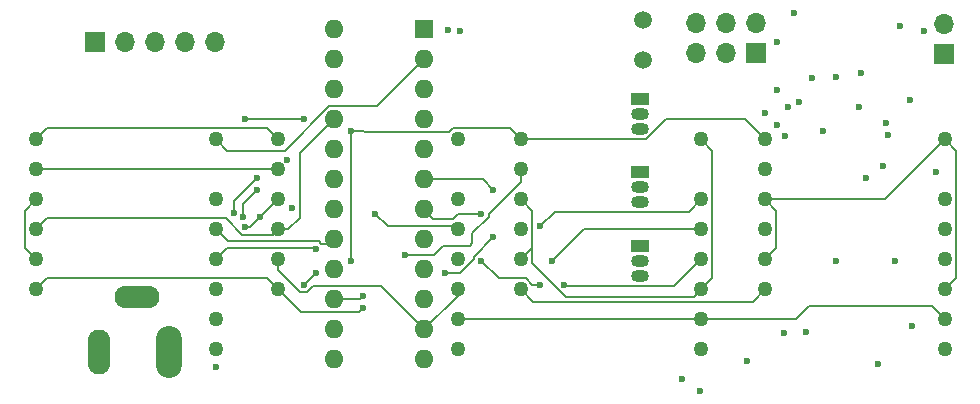
<source format=gbr>
%TF.GenerationSoftware,KiCad,Pcbnew,8.0.6*%
%TF.CreationDate,2025-03-23T20:06:33-04:00*%
%TF.ProjectId,co2_7seg,636f325f-3773-4656-972e-6b696361645f,rev?*%
%TF.SameCoordinates,Original*%
%TF.FileFunction,Copper,L2,Inr*%
%TF.FilePolarity,Positive*%
%FSLAX46Y46*%
G04 Gerber Fmt 4.6, Leading zero omitted, Abs format (unit mm)*
G04 Created by KiCad (PCBNEW 8.0.6) date 2025-03-23 20:06:33*
%MOMM*%
%LPD*%
G01*
G04 APERTURE LIST*
%TA.AperFunction,ComponentPad*%
%ADD10C,1.500000*%
%TD*%
%TA.AperFunction,ComponentPad*%
%ADD11C,1.270000*%
%TD*%
%TA.AperFunction,ComponentPad*%
%ADD12O,1.700000X1.700000*%
%TD*%
%TA.AperFunction,ComponentPad*%
%ADD13R,1.700000X1.700000*%
%TD*%
%TA.AperFunction,ComponentPad*%
%ADD14O,1.600000X1.600000*%
%TD*%
%TA.AperFunction,ComponentPad*%
%ADD15R,1.600000X1.600000*%
%TD*%
%TA.AperFunction,ComponentPad*%
%ADD16O,1.500000X1.050000*%
%TD*%
%TA.AperFunction,ComponentPad*%
%ADD17R,1.500000X1.050000*%
%TD*%
%TA.AperFunction,ComponentPad*%
%ADD18O,3.800000X1.900000*%
%TD*%
%TA.AperFunction,ComponentPad*%
%ADD19O,1.900000X3.800000*%
%TD*%
%TA.AperFunction,ComponentPad*%
%ADD20O,2.200000X4.400000*%
%TD*%
%TA.AperFunction,ViaPad*%
%ADD21C,0.600000*%
%TD*%
%TA.AperFunction,Conductor*%
%ADD22C,0.200000*%
%TD*%
G04 APERTURE END LIST*
D10*
%TO.N,Net-(R11-Pad1)*%
%TO.C,R7*%
X102700000Y-31000000D03*
%TO.N,+3V3*%
X102700000Y-27600000D03*
%TD*%
D11*
%TO.N,/SEG_A*%
%TO.C,LED4*%
X113010000Y-37720000D03*
%TO.N,/SEG_F*%
X113010000Y-40260000D03*
%TO.N,/DIG_3*%
X113010000Y-42800000D03*
%TO.N,/SEG_E*%
X113010000Y-45340000D03*
%TO.N,/DIG_3*%
X113010000Y-47880000D03*
%TO.N,/SEG_LDP*%
X113010000Y-50420000D03*
%TO.N,GND*%
X128250000Y-55500000D03*
%TO.N,/SEG_D*%
X128250000Y-52960000D03*
%TO.N,/DIG_3*%
X128250000Y-50420000D03*
%TO.N,/SEG_C*%
X128250000Y-47880000D03*
%TO.N,/SEG_G*%
X128250000Y-45340000D03*
%TO.N,/SEG_B*%
X128250000Y-42800000D03*
%TO.N,/DIG_3*%
X128250000Y-37720000D03*
%TD*%
%TO.N,/SEG_A*%
%TO.C,LED3*%
X92360400Y-37720000D03*
%TO.N,/SEG_F*%
X92360400Y-40260000D03*
%TO.N,/DIG_2*%
X92360400Y-42800000D03*
%TO.N,/SEG_E*%
X92360400Y-45340000D03*
%TO.N,/DIG_2*%
X92360400Y-47880000D03*
%TO.N,/SEG_LDP*%
X92360400Y-50420000D03*
%TO.N,GND*%
X107600400Y-55500000D03*
%TO.N,/SEG_D*%
X107600400Y-52960000D03*
%TO.N,/DIG_2*%
X107600400Y-50420000D03*
%TO.N,/SEG_C*%
X107600400Y-47880000D03*
%TO.N,/SEG_G*%
X107600400Y-45340000D03*
%TO.N,/SEG_B*%
X107600400Y-42800000D03*
%TO.N,/DIG_2*%
X107600400Y-37720000D03*
%TD*%
%TO.N,/SEG_A*%
%TO.C,LED2*%
X71770000Y-37720000D03*
%TO.N,/SEG_F*%
X71770000Y-40260000D03*
%TO.N,/DIG_1*%
X71770000Y-42800000D03*
%TO.N,/SEG_E*%
X71770000Y-45340000D03*
%TO.N,/DIG_1*%
X71770000Y-47880000D03*
%TO.N,/SEG_LDP*%
X71770000Y-50420000D03*
%TO.N,GND*%
X87010000Y-55500000D03*
%TO.N,/SEG_D*%
X87010000Y-52960000D03*
%TO.N,/DIG_1*%
X87010000Y-50420000D03*
%TO.N,/SEG_C*%
X87010000Y-47880000D03*
%TO.N,/SEG_G*%
X87010000Y-45340000D03*
%TO.N,/SEG_B*%
X87010000Y-42800000D03*
%TO.N,/DIG_1*%
X87010000Y-37720000D03*
%TD*%
%TO.N,/SEG_A*%
%TO.C,LED1*%
X51260000Y-37720000D03*
%TO.N,/SEG_F*%
X51260000Y-40260000D03*
%TO.N,/DIG_0*%
X51260000Y-42800000D03*
%TO.N,/SEG_E*%
X51260000Y-45340000D03*
%TO.N,/DIG_0*%
X51260000Y-47880000D03*
%TO.N,/SEG_LDP*%
X51260000Y-50420000D03*
%TO.N,GND*%
X66500000Y-55500000D03*
%TO.N,/SEG_D*%
X66500000Y-52960000D03*
%TO.N,/DIG_0*%
X66500000Y-50420000D03*
%TO.N,/SEG_C*%
X66500000Y-47880000D03*
%TO.N,/SEG_G*%
X66500000Y-45340000D03*
%TO.N,/SEG_B*%
X66500000Y-42800000D03*
%TO.N,/DIG_0*%
X66500000Y-37720000D03*
%TD*%
D12*
%TO.N,/i2c_sda*%
%TO.C,U2*%
X66480000Y-29480000D03*
%TO.N,/i2c_scl*%
X63940000Y-29480000D03*
%TO.N,GND*%
X61400000Y-29480000D03*
%TO.N,unconnected-(U2-3Vo-Pad2)*%
X58860000Y-29480000D03*
D13*
%TO.N,+5V*%
X56320000Y-29480000D03*
%TD*%
D14*
%TO.N,unconnected-(U3-DOUT-Pad24)*%
%TO.C,U3*%
X76530000Y-28400000D03*
%TO.N,/SEG_D*%
X76530000Y-30940000D03*
%TO.N,/SEG_LDP*%
X76530000Y-33480000D03*
%TO.N,/SEG_E*%
X76530000Y-36020000D03*
%TO.N,/SEG_C*%
X76530000Y-38560000D03*
%TO.N,+3V3*%
X76530000Y-41100000D03*
%TO.N,/iset*%
X76530000Y-43640000D03*
%TO.N,/SEG_G*%
X76530000Y-46180000D03*
%TO.N,/SEG_B*%
X76530000Y-48720000D03*
%TO.N,/SEG_F*%
X76530000Y-51260000D03*
%TO.N,/SEG_A*%
X76530000Y-53800000D03*
%TO.N,/spi_clk*%
X76530000Y-56340000D03*
%TO.N,/spi_cs_max*%
X84150000Y-56340000D03*
%TO.N,/DIG_1*%
X84150000Y-53800000D03*
%TO.N,unconnected-(U3-DIG_5-Pad10)*%
X84150000Y-51260000D03*
%TO.N,GND*%
X84150000Y-48720000D03*
%TO.N,unconnected-(U3-DIG_7-Pad8)*%
X84150000Y-46180000D03*
%TO.N,/DIG_3*%
X84150000Y-43640000D03*
%TO.N,/DIG_2*%
X84150000Y-41100000D03*
%TO.N,unconnected-(U3-DIG_6-Pad5)*%
X84150000Y-38560000D03*
%TO.N,GND*%
X84150000Y-36020000D03*
%TO.N,unconnected-(U3-DIG_4-Pad3)*%
X84150000Y-33480000D03*
%TO.N,/DIG_0*%
X84150000Y-30940000D03*
D15*
%TO.N,/spi_mosi*%
X84150000Y-28400000D03*
%TD*%
D16*
%TO.N,Net-(Q3-C)*%
%TO.C,Q3*%
X102450000Y-36800000D03*
%TO.N,Net-(Q3-B)*%
X102450000Y-35530000D03*
D17*
%TO.N,GND*%
X102450000Y-34260000D03*
%TD*%
D16*
%TO.N,Net-(Q2-C)*%
%TO.C,Q2*%
X102450000Y-49300000D03*
%TO.N,Net-(Q1-B)*%
X102450000Y-48030000D03*
D17*
%TO.N,+3V3*%
X102450000Y-46760000D03*
%TD*%
%TO.N,+3V3*%
%TO.C,Q1*%
X102450000Y-40490000D03*
D16*
%TO.N,Net-(Q1-B)*%
X102450000Y-41760000D03*
X102450000Y-43030000D03*
%TD*%
D18*
%TO.N,GND*%
%TO.C,J3*%
X59882500Y-51030000D03*
D19*
X56632500Y-55720000D03*
D20*
%TO.N,/v_in_raw*%
X62587500Y-55720000D03*
%TD*%
D13*
%TO.N,/spi_miso*%
%TO.C,J2*%
X112225000Y-30375000D03*
D12*
%TO.N,+5V*%
X112225000Y-27835000D03*
%TO.N,/spi_clk*%
X109685000Y-30375000D03*
%TO.N,/spi_mosi*%
X109685000Y-27835000D03*
%TO.N,/mcu_reset*%
X107145000Y-30375000D03*
%TO.N,GND*%
X107145000Y-27835000D03*
%TD*%
%TO.N,/uart_txd*%
%TO.C,J1*%
X128200000Y-27935000D03*
D13*
%TO.N,/uart_rxd*%
X128200000Y-30475000D03*
%TD*%
D21*
%TO.N,GND*%
X113000000Y-35500000D03*
X115000000Y-35000000D03*
%TO.N,+5V*%
X115500000Y-27000000D03*
%TO.N,GND*%
X114000000Y-29500000D03*
%TO.N,+5V*%
X126500000Y-28500000D03*
X121149319Y-32105080D03*
X118991178Y-32468240D03*
X117000000Y-32500000D03*
%TO.N,GND*%
X114000000Y-36500000D03*
X121000000Y-35000000D03*
%TO.N,+5V*%
X127500000Y-40500000D03*
X123000000Y-40000000D03*
%TO.N,GND*%
X121550000Y-41000000D03*
X124000000Y-48000000D03*
X119000000Y-48000000D03*
%TO.N,+3V3*%
X122587500Y-56750000D03*
%TO.N,GND*%
X73000000Y-43500000D03*
X72556250Y-39441439D03*
%TO.N,+5V*%
X107500000Y-59000000D03*
X106000000Y-58000000D03*
%TO.N,GND*%
X66500000Y-57000000D03*
X125500000Y-53500000D03*
X116500000Y-54000000D03*
X114661036Y-54108964D03*
X111500000Y-56500000D03*
%TO.N,/SEG_C*%
X89000000Y-48000000D03*
X94000000Y-50000000D03*
X96000000Y-50000000D03*
%TO.N,/SEG_G*%
X95000000Y-48000000D03*
%TO.N,/SEG_B*%
X90000000Y-46000000D03*
X85944103Y-49055633D03*
X94000000Y-45055000D03*
%TO.N,/SEG_LDP*%
X79000000Y-52000000D03*
%TO.N,/DIG_1*%
X70285000Y-44285000D03*
X69000000Y-36000000D03*
X74000000Y-36000000D03*
%TO.N,/DIG_3*%
X89000000Y-44000000D03*
%TO.N,/DIG_2*%
X90000000Y-42000000D03*
%TO.N,/SEG_F*%
X82500000Y-47500000D03*
X79000000Y-51000000D03*
%TO.N,/SEG_G*%
X80000000Y-44000000D03*
%TO.N,/SEG_A*%
X78000000Y-37000000D03*
X78000000Y-48000000D03*
%TO.N,/SEG_F*%
X74000000Y-50000000D03*
X75000000Y-49000000D03*
%TO.N,/SEG_LDP*%
X70000000Y-42000000D03*
X68856775Y-44319159D03*
%TO.N,/DIG_1*%
X69031430Y-45117213D03*
%TO.N,/SEG_C*%
X75000000Y-47000000D03*
%TO.N,/SEG_D*%
X70000000Y-41000000D03*
X68097860Y-43936338D03*
%TO.N,/i2c_scl*%
X87200000Y-28500000D03*
%TO.N,/i2c_sda*%
X86205038Y-28424278D03*
%TO.N,/spi_clk*%
X114728905Y-37450000D03*
X117900000Y-37000000D03*
%TO.N,/i2c_sda*%
X123300000Y-36300000D03*
%TO.N,/mcu_reset*%
X124475000Y-28125000D03*
%TO.N,/i2c_scl*%
X123400000Y-37300000D03*
%TO.N,/i2c_sda*%
X125300008Y-34400000D03*
%TO.N,/spi_miso*%
X115863797Y-34544557D03*
%TO.N,GND*%
X114000000Y-33500000D03*
%TD*%
D22*
%TO.N,/SEG_F*%
X89650000Y-44022290D02*
X92360400Y-41311890D01*
X92360400Y-41311890D02*
X92360400Y-40260000D01*
X89650000Y-44269239D02*
X89650000Y-44022290D01*
X88250000Y-45669239D02*
X89650000Y-44269239D01*
X88250000Y-46500000D02*
X88250000Y-45669239D01*
X85750000Y-46750000D02*
X88000000Y-46750000D01*
X88000000Y-46750000D02*
X88250000Y-46500000D01*
X85000000Y-47500000D02*
X85750000Y-46750000D01*
X82500000Y-47500000D02*
X85000000Y-47500000D01*
%TO.N,/DIG_3*%
X128250000Y-37720000D02*
X123170000Y-42800000D01*
X123170000Y-42800000D02*
X113010000Y-42800000D01*
%TO.N,/SEG_D*%
X115620761Y-52960000D02*
X107600400Y-52960000D01*
X127140000Y-51850000D02*
X116730761Y-51850000D01*
X128250000Y-52960000D02*
X127140000Y-51850000D01*
X116730761Y-51850000D02*
X115620761Y-52960000D01*
%TO.N,/SEG_B*%
X95200000Y-43855000D02*
X94000000Y-45055000D01*
X107600400Y-42800000D02*
X106545400Y-43855000D01*
X106545400Y-43855000D02*
X95200000Y-43855000D01*
%TO.N,/SEG_E*%
X73650000Y-38900000D02*
X76530000Y-36020000D01*
X73650000Y-44358025D02*
X73650000Y-38900000D01*
X72668025Y-45340000D02*
X73650000Y-44358025D01*
X71770000Y-45340000D02*
X72668025Y-45340000D01*
%TO.N,/DIG_3*%
X129185000Y-38655000D02*
X129185000Y-49485000D01*
X129185000Y-49485000D02*
X128250000Y-50420000D01*
X128250000Y-37720000D02*
X129185000Y-38655000D01*
%TO.N,/SEG_LDP*%
X111975000Y-51455000D02*
X93395400Y-51455000D01*
X93395400Y-51455000D02*
X92360400Y-50420000D01*
X113010000Y-50420000D02*
X111975000Y-51455000D01*
%TO.N,/DIG_3*%
X113945000Y-46945000D02*
X113010000Y-47880000D01*
X113945000Y-43735000D02*
X113945000Y-46945000D01*
X113010000Y-42800000D02*
X113945000Y-43735000D01*
%TO.N,/SEG_A*%
X104641726Y-36000000D02*
X102921726Y-37720000D01*
X102921726Y-37720000D02*
X92360400Y-37720000D01*
X113010000Y-37720000D02*
X111290000Y-36000000D01*
X111290000Y-36000000D02*
X104641726Y-36000000D01*
%TO.N,/SEG_D*%
X107600400Y-52960000D02*
X87010000Y-52960000D01*
%TO.N,/SEG_C*%
X90485000Y-49485000D02*
X89000000Y-48000000D01*
X94000000Y-50000000D02*
X93262690Y-50000000D01*
%TO.N,/SEG_B*%
X87156657Y-49055633D02*
X85944103Y-49055633D01*
X88350000Y-47862290D02*
X87156657Y-49055633D01*
X88350000Y-47650000D02*
X88350000Y-47862290D01*
X90000000Y-46000000D02*
X88350000Y-47650000D01*
%TO.N,/SEG_C*%
X96125000Y-50125000D02*
X96000000Y-50000000D01*
X93262690Y-50000000D02*
X92747690Y-49485000D01*
X92747690Y-49485000D02*
X90485000Y-49485000D01*
X105355400Y-50125000D02*
X96125000Y-50125000D01*
X107600400Y-47880000D02*
X105355400Y-50125000D01*
%TO.N,/DIG_2*%
X93295400Y-48214639D02*
X93295400Y-46945000D01*
X96135761Y-51055000D02*
X93295400Y-48214639D01*
X106965400Y-51055000D02*
X96135761Y-51055000D01*
X107600400Y-50420000D02*
X106965400Y-51055000D01*
%TO.N,/SEG_G*%
X107600400Y-45340000D02*
X97660000Y-45340000D01*
X97660000Y-45340000D02*
X95000000Y-48000000D01*
%TO.N,/DIG_2*%
X108535400Y-49485000D02*
X107600400Y-50420000D01*
X108535400Y-38655000D02*
X108535400Y-49485000D01*
X107600400Y-37720000D02*
X108535400Y-38655000D01*
X93295400Y-46945000D02*
X93295400Y-43735000D01*
X92360400Y-47880000D02*
X93295400Y-46945000D01*
X93295400Y-43735000D02*
X92360400Y-42800000D01*
%TO.N,/SEG_LDP*%
X73710000Y-52360000D02*
X71770000Y-50420000D01*
X78640000Y-52360000D02*
X73710000Y-52360000D01*
X79000000Y-52000000D02*
X78640000Y-52360000D01*
%TO.N,/DIG_1*%
X70285000Y-44285000D02*
X69452787Y-45117213D01*
%TO.N,/SEG_D*%
X68097860Y-42902140D02*
X68097860Y-43936338D01*
%TO.N,/SEG_LDP*%
X68856775Y-43143225D02*
X68856775Y-44319159D01*
X70000000Y-42000000D02*
X68856775Y-43143225D01*
%TO.N,/SEG_D*%
X70000000Y-41000000D02*
X68097860Y-42902140D01*
%TO.N,/SEG_E*%
X68762191Y-45767213D02*
X71342787Y-45767213D01*
X52195000Y-44405000D02*
X67399978Y-44405000D01*
%TO.N,/DIG_1*%
X69452787Y-45117213D02*
X69031430Y-45117213D01*
X71770000Y-42800000D02*
X70285000Y-44285000D01*
%TO.N,/SEG_E*%
X71342787Y-45767213D02*
X71770000Y-45340000D01*
X67399978Y-44405000D02*
X68762191Y-45767213D01*
X51260000Y-45340000D02*
X52195000Y-44405000D01*
%TO.N,/DIG_1*%
X74000000Y-36000000D02*
X69000000Y-36000000D01*
X87010000Y-50940000D02*
X87010000Y-50420000D01*
X84150000Y-53800000D02*
X87010000Y-50940000D01*
%TO.N,/SEG_A*%
X86622710Y-36785000D02*
X91425400Y-36785000D01*
X91425400Y-36785000D02*
X92360400Y-37720000D01*
X86287710Y-37120000D02*
X86622710Y-36785000D01*
X79120000Y-37120000D02*
X86287710Y-37120000D01*
X78000000Y-37000000D02*
X79000000Y-37000000D01*
X79000000Y-37000000D02*
X79120000Y-37120000D01*
%TO.N,/SEG_F*%
X78740000Y-51260000D02*
X79000000Y-51000000D01*
X76530000Y-51260000D02*
X78740000Y-51260000D01*
%TO.N,/SEG_G*%
X80000000Y-44000000D02*
X81080000Y-45080000D01*
X81080000Y-45080000D02*
X86750000Y-45080000D01*
X86750000Y-45080000D02*
X87010000Y-45340000D01*
%TO.N,/SEG_A*%
X78000000Y-48000000D02*
X78000000Y-37000000D01*
%TO.N,/DIG_1*%
X80510000Y-50160000D02*
X84150000Y-53800000D01*
%TO.N,/SEG_F*%
X75000000Y-49000000D02*
X74000000Y-50000000D01*
%TO.N,/DIG_1*%
X73641975Y-50650000D02*
X74269239Y-50650000D01*
X71770000Y-48778025D02*
X73641975Y-50650000D01*
X74759239Y-50160000D02*
X80510000Y-50160000D01*
X71770000Y-47880000D02*
X71770000Y-48778025D01*
X74269239Y-50650000D02*
X74759239Y-50160000D01*
%TO.N,/DIG_0*%
X76074365Y-34920000D02*
X80170000Y-34920000D01*
X80170000Y-34920000D02*
X84150000Y-30940000D01*
X67435000Y-38655000D02*
X72339365Y-38655000D01*
X66500000Y-37720000D02*
X67435000Y-38655000D01*
X72339365Y-38655000D02*
X76074365Y-34920000D01*
%TO.N,/SEG_C*%
X74945000Y-46945000D02*
X75000000Y-47000000D01*
X67435000Y-46945000D02*
X74945000Y-46945000D01*
X66500000Y-47880000D02*
X67435000Y-46945000D01*
%TO.N,/SEG_G*%
X76165000Y-46545000D02*
X76530000Y-46180000D01*
X75269239Y-46350000D02*
X75464239Y-46545000D01*
X67510000Y-46350000D02*
X75269239Y-46350000D01*
X66500000Y-45340000D02*
X67510000Y-46350000D01*
X75464239Y-46545000D02*
X76165000Y-46545000D01*
%TO.N,/SEG_LDP*%
X52195000Y-49485000D02*
X70835000Y-49485000D01*
X51260000Y-50420000D02*
X52195000Y-49485000D01*
X70835000Y-49485000D02*
X71770000Y-50420000D01*
%TO.N,/DIG_0*%
X50325000Y-43735000D02*
X50325000Y-46945000D01*
X50325000Y-46945000D02*
X51260000Y-47880000D01*
X51260000Y-42800000D02*
X50325000Y-43735000D01*
%TO.N,/SEG_A*%
X52195000Y-36785000D02*
X70835000Y-36785000D01*
X51260000Y-37720000D02*
X52195000Y-36785000D01*
X70835000Y-36785000D02*
X71770000Y-37720000D01*
%TO.N,/SEG_F*%
X51260000Y-40260000D02*
X71770000Y-40260000D01*
%TO.N,/DIG_2*%
X89100000Y-41100000D02*
X90000000Y-42000000D01*
X84150000Y-41100000D02*
X89100000Y-41100000D01*
%TO.N,/DIG_3*%
X87027710Y-44000000D02*
X89000000Y-44000000D01*
X86587711Y-44439999D02*
X87027710Y-44000000D01*
X84150000Y-43640000D02*
X84949999Y-44439999D01*
X84949999Y-44439999D02*
X86587711Y-44439999D01*
%TD*%
M02*

</source>
